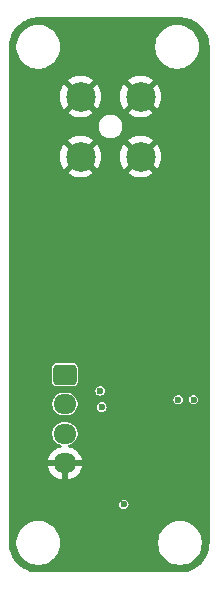
<source format=gbr>
%TF.GenerationSoftware,KiCad,Pcbnew,8.0.8*%
%TF.CreationDate,2025-02-07T05:59:22-05:00*%
%TF.ProjectId,SensorBoardNoMCU,53656e73-6f72-4426-9f61-72644e6f4d43,rev?*%
%TF.SameCoordinates,Original*%
%TF.FileFunction,Copper,L2,Inr*%
%TF.FilePolarity,Positive*%
%FSLAX46Y46*%
G04 Gerber Fmt 4.6, Leading zero omitted, Abs format (unit mm)*
G04 Created by KiCad (PCBNEW 8.0.8) date 2025-02-07 05:59:22*
%MOMM*%
%LPD*%
G01*
G04 APERTURE LIST*
G04 Aperture macros list*
%AMRoundRect*
0 Rectangle with rounded corners*
0 $1 Rounding radius*
0 $2 $3 $4 $5 $6 $7 $8 $9 X,Y pos of 4 corners*
0 Add a 4 corners polygon primitive as box body*
4,1,4,$2,$3,$4,$5,$6,$7,$8,$9,$2,$3,0*
0 Add four circle primitives for the rounded corners*
1,1,$1+$1,$2,$3*
1,1,$1+$1,$4,$5*
1,1,$1+$1,$6,$7*
1,1,$1+$1,$8,$9*
0 Add four rect primitives between the rounded corners*
20,1,$1+$1,$2,$3,$4,$5,0*
20,1,$1+$1,$4,$5,$6,$7,0*
20,1,$1+$1,$6,$7,$8,$9,0*
20,1,$1+$1,$8,$9,$2,$3,0*%
G04 Aperture macros list end*
%TA.AperFunction,ComponentPad*%
%ADD10C,2.500000*%
%TD*%
%TA.AperFunction,ComponentPad*%
%ADD11RoundRect,0.250000X-0.725000X0.600000X-0.725000X-0.600000X0.725000X-0.600000X0.725000X0.600000X0*%
%TD*%
%TA.AperFunction,ComponentPad*%
%ADD12O,1.950000X1.700000*%
%TD*%
%TA.AperFunction,ViaPad*%
%ADD13C,0.600000*%
%TD*%
G04 APERTURE END LIST*
D10*
%TO.N,GND*%
%TO.C,J1*%
X100665000Y-60210000D03*
X95585000Y-60210000D03*
X100665000Y-65290000D03*
X95585000Y-65290000D03*
%TD*%
D11*
%TO.N,+3.3V*%
%TO.C,J2*%
X94250000Y-83750000D03*
D12*
%TO.N,SDA1*%
X94250000Y-86250000D03*
%TO.N,SCL1*%
X94250000Y-88750000D03*
%TO.N,GND*%
X94250000Y-91250000D03*
%TD*%
D13*
%TO.N,GND*%
X99750000Y-86500000D03*
X101750000Y-75500000D03*
X100000000Y-71375000D03*
X99250000Y-93250000D03*
X97375000Y-87250000D03*
X97750000Y-81000000D03*
X99375000Y-91875000D03*
X105125000Y-85125000D03*
X99375000Y-84375000D03*
X103875000Y-85125000D03*
X89875000Y-65500000D03*
X102500000Y-90625000D03*
X103396446Y-83103554D03*
X99750000Y-87250000D03*
X99500000Y-81000000D03*
X104500000Y-81000000D03*
X103125000Y-87000000D03*
X103500000Y-82000000D03*
X91000000Y-78000000D03*
X103500000Y-84000000D03*
X96750000Y-97750000D03*
X99250000Y-89125000D03*
X98250000Y-92500000D03*
X97750000Y-71375000D03*
X97625000Y-84500000D03*
X99750000Y-95250000D03*
X101500000Y-85750000D03*
%TO.N,SCL1*%
X99250000Y-94750000D03*
X97375000Y-86500000D03*
%TO.N,SDA1*%
X103850000Y-85875000D03*
X105150000Y-85875000D03*
X97250000Y-85125000D03*
%TD*%
%TA.AperFunction,Conductor*%
%TO.N,GND*%
G36*
X104003736Y-53500726D02*
G01*
X104293796Y-53518271D01*
X104308659Y-53520076D01*
X104590798Y-53571780D01*
X104605335Y-53575363D01*
X104879172Y-53660695D01*
X104893163Y-53666000D01*
X105154743Y-53783727D01*
X105167989Y-53790680D01*
X105413465Y-53939075D01*
X105425776Y-53947573D01*
X105651573Y-54124473D01*
X105662781Y-54134403D01*
X105865596Y-54337218D01*
X105875526Y-54348426D01*
X105995481Y-54501538D01*
X106052422Y-54574217D01*
X106060926Y-54586537D01*
X106072532Y-54605735D01*
X106209316Y-54832004D01*
X106216275Y-54845263D01*
X106333997Y-55106831D01*
X106339306Y-55120832D01*
X106424635Y-55394663D01*
X106428219Y-55409201D01*
X106479923Y-55691340D01*
X106481728Y-55706205D01*
X106499274Y-55996263D01*
X106499500Y-56003750D01*
X106499500Y-97996249D01*
X106499274Y-98003736D01*
X106481728Y-98293794D01*
X106479923Y-98308659D01*
X106428219Y-98590798D01*
X106424635Y-98605336D01*
X106339306Y-98879167D01*
X106333997Y-98893168D01*
X106216275Y-99154736D01*
X106209316Y-99167995D01*
X106060928Y-99413459D01*
X106052422Y-99425782D01*
X105875526Y-99651573D01*
X105865596Y-99662781D01*
X105662781Y-99865596D01*
X105651573Y-99875526D01*
X105425782Y-100052422D01*
X105413459Y-100060928D01*
X105167995Y-100209316D01*
X105154736Y-100216275D01*
X104893168Y-100333997D01*
X104879167Y-100339306D01*
X104605336Y-100424635D01*
X104590798Y-100428219D01*
X104308659Y-100479923D01*
X104293794Y-100481728D01*
X104003736Y-100499274D01*
X103996249Y-100499500D01*
X92003751Y-100499500D01*
X91996264Y-100499274D01*
X91706205Y-100481728D01*
X91691340Y-100479923D01*
X91409201Y-100428219D01*
X91394663Y-100424635D01*
X91120832Y-100339306D01*
X91106831Y-100333997D01*
X90845263Y-100216275D01*
X90832004Y-100209316D01*
X90586540Y-100060928D01*
X90574217Y-100052422D01*
X90348426Y-99875526D01*
X90337218Y-99865596D01*
X90134403Y-99662781D01*
X90124473Y-99651573D01*
X90038575Y-99541932D01*
X89947573Y-99425776D01*
X89939075Y-99413465D01*
X89790680Y-99167989D01*
X89783727Y-99154743D01*
X89666000Y-98893163D01*
X89660693Y-98879167D01*
X89575364Y-98605336D01*
X89571780Y-98590798D01*
X89557752Y-98514250D01*
X89520075Y-98308657D01*
X89518271Y-98293794D01*
X89507836Y-98121288D01*
X89500726Y-98003736D01*
X89500500Y-97996249D01*
X89500500Y-97878711D01*
X90149500Y-97878711D01*
X90149500Y-98121288D01*
X90181161Y-98361785D01*
X90243947Y-98596104D01*
X90336773Y-98820205D01*
X90336776Y-98820212D01*
X90458064Y-99030289D01*
X90458066Y-99030292D01*
X90458067Y-99030293D01*
X90605733Y-99222736D01*
X90605739Y-99222743D01*
X90777256Y-99394260D01*
X90777263Y-99394266D01*
X90818336Y-99425782D01*
X90969711Y-99541936D01*
X91179788Y-99663224D01*
X91403900Y-99756054D01*
X91638211Y-99818838D01*
X91818586Y-99842584D01*
X91878711Y-99850500D01*
X91878712Y-99850500D01*
X92121289Y-99850500D01*
X92169388Y-99844167D01*
X92361789Y-99818838D01*
X92596100Y-99756054D01*
X92820212Y-99663224D01*
X93030289Y-99541936D01*
X93222738Y-99394265D01*
X93394265Y-99222738D01*
X93541936Y-99030289D01*
X93663224Y-98820212D01*
X93756054Y-98596100D01*
X93818838Y-98361789D01*
X93850500Y-98121288D01*
X93850500Y-97878712D01*
X93850500Y-97878711D01*
X102149500Y-97878711D01*
X102149500Y-98121288D01*
X102181161Y-98361785D01*
X102243947Y-98596104D01*
X102336773Y-98820205D01*
X102336776Y-98820212D01*
X102458064Y-99030289D01*
X102458066Y-99030292D01*
X102458067Y-99030293D01*
X102605733Y-99222736D01*
X102605739Y-99222743D01*
X102777256Y-99394260D01*
X102777263Y-99394266D01*
X102818336Y-99425782D01*
X102969711Y-99541936D01*
X103179788Y-99663224D01*
X103403900Y-99756054D01*
X103638211Y-99818838D01*
X103818586Y-99842584D01*
X103878711Y-99850500D01*
X103878712Y-99850500D01*
X104121289Y-99850500D01*
X104169388Y-99844167D01*
X104361789Y-99818838D01*
X104596100Y-99756054D01*
X104820212Y-99663224D01*
X105030289Y-99541936D01*
X105222738Y-99394265D01*
X105394265Y-99222738D01*
X105541936Y-99030289D01*
X105663224Y-98820212D01*
X105756054Y-98596100D01*
X105818838Y-98361789D01*
X105850500Y-98121288D01*
X105850500Y-97878712D01*
X105818838Y-97638211D01*
X105756054Y-97403900D01*
X105663224Y-97179788D01*
X105541936Y-96969711D01*
X105394265Y-96777262D01*
X105394260Y-96777256D01*
X105222743Y-96605739D01*
X105222736Y-96605733D01*
X105030293Y-96458067D01*
X105030292Y-96458066D01*
X105030289Y-96458064D01*
X104820212Y-96336776D01*
X104820205Y-96336773D01*
X104596104Y-96243947D01*
X104361785Y-96181161D01*
X104121289Y-96149500D01*
X104121288Y-96149500D01*
X103878712Y-96149500D01*
X103878711Y-96149500D01*
X103638214Y-96181161D01*
X103403895Y-96243947D01*
X103179794Y-96336773D01*
X103179785Y-96336777D01*
X102969706Y-96458067D01*
X102777263Y-96605733D01*
X102777256Y-96605739D01*
X102605739Y-96777256D01*
X102605733Y-96777263D01*
X102458067Y-96969706D01*
X102336777Y-97179785D01*
X102336773Y-97179794D01*
X102243947Y-97403895D01*
X102181161Y-97638214D01*
X102149500Y-97878711D01*
X93850500Y-97878711D01*
X93818838Y-97638211D01*
X93756054Y-97403900D01*
X93663224Y-97179788D01*
X93541936Y-96969711D01*
X93394265Y-96777262D01*
X93394260Y-96777256D01*
X93222743Y-96605739D01*
X93222736Y-96605733D01*
X93030293Y-96458067D01*
X93030292Y-96458066D01*
X93030289Y-96458064D01*
X92820212Y-96336776D01*
X92820205Y-96336773D01*
X92596104Y-96243947D01*
X92361785Y-96181161D01*
X92121289Y-96149500D01*
X92121288Y-96149500D01*
X91878712Y-96149500D01*
X91878711Y-96149500D01*
X91638214Y-96181161D01*
X91403895Y-96243947D01*
X91179794Y-96336773D01*
X91179785Y-96336777D01*
X90969706Y-96458067D01*
X90777263Y-96605733D01*
X90777256Y-96605739D01*
X90605739Y-96777256D01*
X90605733Y-96777263D01*
X90458067Y-96969706D01*
X90336777Y-97179785D01*
X90336773Y-97179794D01*
X90243947Y-97403895D01*
X90181161Y-97638214D01*
X90149500Y-97878711D01*
X89500500Y-97878711D01*
X89500500Y-94749996D01*
X98844508Y-94749996D01*
X98844508Y-94750003D01*
X98864352Y-94875300D01*
X98864352Y-94875301D01*
X98864354Y-94875304D01*
X98921950Y-94988342D01*
X98921952Y-94988344D01*
X98921954Y-94988347D01*
X99011652Y-95078045D01*
X99011654Y-95078046D01*
X99011658Y-95078050D01*
X99124696Y-95135646D01*
X99124697Y-95135646D01*
X99124699Y-95135647D01*
X99249997Y-95155492D01*
X99250000Y-95155492D01*
X99250003Y-95155492D01*
X99375300Y-95135647D01*
X99375301Y-95135647D01*
X99375302Y-95135646D01*
X99375304Y-95135646D01*
X99488342Y-95078050D01*
X99578050Y-94988342D01*
X99635646Y-94875304D01*
X99635646Y-94875302D01*
X99635647Y-94875301D01*
X99635647Y-94875300D01*
X99655492Y-94750003D01*
X99655492Y-94749996D01*
X99635647Y-94624699D01*
X99635647Y-94624698D01*
X99635646Y-94624696D01*
X99578050Y-94511658D01*
X99578046Y-94511654D01*
X99578045Y-94511652D01*
X99488347Y-94421954D01*
X99488344Y-94421952D01*
X99488342Y-94421950D01*
X99375304Y-94364354D01*
X99375303Y-94364353D01*
X99375300Y-94364352D01*
X99250003Y-94344508D01*
X99249997Y-94344508D01*
X99124699Y-94364352D01*
X99124698Y-94364352D01*
X99049337Y-94402751D01*
X99011658Y-94421950D01*
X99011657Y-94421951D01*
X99011652Y-94421954D01*
X98921954Y-94511652D01*
X98921951Y-94511657D01*
X98864352Y-94624698D01*
X98864352Y-94624699D01*
X98844508Y-94749996D01*
X89500500Y-94749996D01*
X89500500Y-91000000D01*
X92797769Y-91000000D01*
X93845854Y-91000000D01*
X93807370Y-91066657D01*
X93775000Y-91187465D01*
X93775000Y-91312535D01*
X93807370Y-91433343D01*
X93845854Y-91500000D01*
X92797769Y-91500000D01*
X92808242Y-91566126D01*
X92808242Y-91566129D01*
X92873904Y-91768217D01*
X92970379Y-91957557D01*
X93095272Y-92129459D01*
X93095276Y-92129464D01*
X93245535Y-92279723D01*
X93245540Y-92279727D01*
X93417442Y-92404620D01*
X93606782Y-92501095D01*
X93808872Y-92566757D01*
X94000000Y-92597029D01*
X94000000Y-91654145D01*
X94066657Y-91692630D01*
X94187465Y-91725000D01*
X94312535Y-91725000D01*
X94433343Y-91692630D01*
X94500000Y-91654145D01*
X94500000Y-92597028D01*
X94691127Y-92566757D01*
X94893217Y-92501095D01*
X95082557Y-92404620D01*
X95254459Y-92279727D01*
X95254464Y-92279723D01*
X95404723Y-92129464D01*
X95404727Y-92129459D01*
X95529620Y-91957557D01*
X95626095Y-91768217D01*
X95691757Y-91566129D01*
X95691757Y-91566126D01*
X95702231Y-91500000D01*
X94654146Y-91500000D01*
X94692630Y-91433343D01*
X94725000Y-91312535D01*
X94725000Y-91187465D01*
X94692630Y-91066657D01*
X94654146Y-91000000D01*
X95702231Y-91000000D01*
X95691757Y-90933873D01*
X95691757Y-90933870D01*
X95626095Y-90731782D01*
X95529620Y-90542442D01*
X95404727Y-90370540D01*
X95404723Y-90370535D01*
X95254464Y-90220276D01*
X95254459Y-90220272D01*
X95082557Y-90095379D01*
X94893217Y-89998904D01*
X94691128Y-89933242D01*
X94601682Y-89919075D01*
X94538547Y-89889146D01*
X94501616Y-89829834D01*
X94502614Y-89759971D01*
X94541224Y-89701739D01*
X94596886Y-89674985D01*
X94652251Y-89663973D01*
X94825231Y-89592322D01*
X94980908Y-89488302D01*
X95113302Y-89355908D01*
X95217322Y-89200231D01*
X95288973Y-89027251D01*
X95325500Y-88843616D01*
X95325500Y-88656384D01*
X95288973Y-88472749D01*
X95217322Y-88299769D01*
X95217321Y-88299768D01*
X95217318Y-88299762D01*
X95113302Y-88144092D01*
X95113299Y-88144088D01*
X94980911Y-88011700D01*
X94980907Y-88011697D01*
X94825237Y-87907681D01*
X94825228Y-87907676D01*
X94652251Y-87836027D01*
X94652243Y-87836025D01*
X94468620Y-87799500D01*
X94468616Y-87799500D01*
X94031384Y-87799500D01*
X94031379Y-87799500D01*
X93847756Y-87836025D01*
X93847748Y-87836027D01*
X93674771Y-87907676D01*
X93674762Y-87907681D01*
X93519092Y-88011697D01*
X93519088Y-88011700D01*
X93386700Y-88144088D01*
X93386697Y-88144092D01*
X93282681Y-88299762D01*
X93282676Y-88299771D01*
X93211027Y-88472748D01*
X93211025Y-88472756D01*
X93174500Y-88656379D01*
X93174500Y-88843620D01*
X93211025Y-89027243D01*
X93211027Y-89027251D01*
X93282676Y-89200228D01*
X93282681Y-89200237D01*
X93386697Y-89355907D01*
X93386700Y-89355911D01*
X93519088Y-89488299D01*
X93519092Y-89488302D01*
X93674762Y-89592318D01*
X93674768Y-89592321D01*
X93674769Y-89592322D01*
X93847749Y-89663973D01*
X93903111Y-89674985D01*
X93965021Y-89707369D01*
X93999595Y-89768084D01*
X93995856Y-89837854D01*
X93954990Y-89894526D01*
X93898317Y-89919075D01*
X93808872Y-89933242D01*
X93808869Y-89933242D01*
X93606782Y-89998904D01*
X93417442Y-90095379D01*
X93245540Y-90220272D01*
X93245535Y-90220276D01*
X93095276Y-90370535D01*
X93095272Y-90370540D01*
X92970379Y-90542442D01*
X92873904Y-90731782D01*
X92808242Y-90933870D01*
X92808242Y-90933873D01*
X92797769Y-91000000D01*
X89500500Y-91000000D01*
X89500500Y-86156379D01*
X93174500Y-86156379D01*
X93174500Y-86343620D01*
X93211025Y-86527243D01*
X93211027Y-86527251D01*
X93282676Y-86700228D01*
X93282681Y-86700237D01*
X93386697Y-86855907D01*
X93386700Y-86855911D01*
X93519088Y-86988299D01*
X93519092Y-86988302D01*
X93674762Y-87092318D01*
X93674768Y-87092321D01*
X93674769Y-87092322D01*
X93847749Y-87163973D01*
X94031379Y-87200499D01*
X94031383Y-87200500D01*
X94031384Y-87200500D01*
X94468617Y-87200500D01*
X94468618Y-87200499D01*
X94652251Y-87163973D01*
X94825231Y-87092322D01*
X94980908Y-86988302D01*
X95113302Y-86855908D01*
X95217322Y-86700231D01*
X95288973Y-86527251D01*
X95294394Y-86499996D01*
X96969508Y-86499996D01*
X96969508Y-86500003D01*
X96989352Y-86625300D01*
X96989352Y-86625301D01*
X96989354Y-86625304D01*
X97046950Y-86738342D01*
X97046952Y-86738344D01*
X97046954Y-86738347D01*
X97136652Y-86828045D01*
X97136654Y-86828046D01*
X97136658Y-86828050D01*
X97249696Y-86885646D01*
X97249697Y-86885646D01*
X97249699Y-86885647D01*
X97374997Y-86905492D01*
X97375000Y-86905492D01*
X97375003Y-86905492D01*
X97500300Y-86885647D01*
X97500301Y-86885647D01*
X97500302Y-86885646D01*
X97500304Y-86885646D01*
X97613342Y-86828050D01*
X97703050Y-86738342D01*
X97760646Y-86625304D01*
X97760646Y-86625302D01*
X97760647Y-86625301D01*
X97760647Y-86625300D01*
X97780492Y-86500003D01*
X97780492Y-86499996D01*
X97760647Y-86374699D01*
X97760647Y-86374698D01*
X97760646Y-86374696D01*
X97703050Y-86261658D01*
X97703046Y-86261654D01*
X97703045Y-86261652D01*
X97613347Y-86171954D01*
X97613344Y-86171952D01*
X97613342Y-86171950D01*
X97500304Y-86114354D01*
X97500303Y-86114353D01*
X97500300Y-86114352D01*
X97375003Y-86094508D01*
X97374997Y-86094508D01*
X97249699Y-86114352D01*
X97249698Y-86114352D01*
X97174337Y-86152751D01*
X97136658Y-86171950D01*
X97136657Y-86171951D01*
X97136652Y-86171954D01*
X97046954Y-86261652D01*
X97046951Y-86261657D01*
X96989352Y-86374698D01*
X96989352Y-86374699D01*
X96969508Y-86499996D01*
X95294394Y-86499996D01*
X95325500Y-86343616D01*
X95325500Y-86156384D01*
X95288973Y-85972749D01*
X95248482Y-85874996D01*
X103444508Y-85874996D01*
X103444508Y-85875003D01*
X103464352Y-86000300D01*
X103464352Y-86000301D01*
X103464354Y-86000304D01*
X103521950Y-86113342D01*
X103521952Y-86113344D01*
X103521954Y-86113347D01*
X103611652Y-86203045D01*
X103611654Y-86203046D01*
X103611658Y-86203050D01*
X103724696Y-86260646D01*
X103724697Y-86260646D01*
X103724699Y-86260647D01*
X103849997Y-86280492D01*
X103850000Y-86280492D01*
X103850003Y-86280492D01*
X103975300Y-86260647D01*
X103975301Y-86260647D01*
X103975302Y-86260646D01*
X103975304Y-86260646D01*
X104088342Y-86203050D01*
X104178050Y-86113342D01*
X104235646Y-86000304D01*
X104235646Y-86000302D01*
X104235647Y-86000301D01*
X104235647Y-86000300D01*
X104255492Y-85875003D01*
X104255492Y-85874996D01*
X104744508Y-85874996D01*
X104744508Y-85875003D01*
X104764352Y-86000300D01*
X104764352Y-86000301D01*
X104764354Y-86000304D01*
X104821950Y-86113342D01*
X104821952Y-86113344D01*
X104821954Y-86113347D01*
X104911652Y-86203045D01*
X104911654Y-86203046D01*
X104911658Y-86203050D01*
X105024696Y-86260646D01*
X105024697Y-86260646D01*
X105024699Y-86260647D01*
X105149997Y-86280492D01*
X105150000Y-86280492D01*
X105150003Y-86280492D01*
X105275300Y-86260647D01*
X105275301Y-86260647D01*
X105275302Y-86260646D01*
X105275304Y-86260646D01*
X105388342Y-86203050D01*
X105478050Y-86113342D01*
X105535646Y-86000304D01*
X105535646Y-86000302D01*
X105535647Y-86000301D01*
X105535647Y-86000300D01*
X105555492Y-85875003D01*
X105555492Y-85874996D01*
X105535647Y-85749699D01*
X105535647Y-85749698D01*
X105535646Y-85749696D01*
X105478050Y-85636658D01*
X105478046Y-85636654D01*
X105478045Y-85636652D01*
X105388347Y-85546954D01*
X105388344Y-85546952D01*
X105388342Y-85546950D01*
X105275304Y-85489354D01*
X105275303Y-85489353D01*
X105275300Y-85489352D01*
X105150003Y-85469508D01*
X105149997Y-85469508D01*
X105024699Y-85489352D01*
X105024698Y-85489352D01*
X104949337Y-85527751D01*
X104911658Y-85546950D01*
X104911657Y-85546951D01*
X104911652Y-85546954D01*
X104821954Y-85636652D01*
X104821951Y-85636657D01*
X104821950Y-85636658D01*
X104802751Y-85674337D01*
X104764352Y-85749698D01*
X104764352Y-85749699D01*
X104744508Y-85874996D01*
X104255492Y-85874996D01*
X104235647Y-85749699D01*
X104235647Y-85749698D01*
X104235646Y-85749696D01*
X104178050Y-85636658D01*
X104178046Y-85636654D01*
X104178045Y-85636652D01*
X104088347Y-85546954D01*
X104088344Y-85546952D01*
X104088342Y-85546950D01*
X103975304Y-85489354D01*
X103975303Y-85489353D01*
X103975300Y-85489352D01*
X103850003Y-85469508D01*
X103849997Y-85469508D01*
X103724699Y-85489352D01*
X103724698Y-85489352D01*
X103649337Y-85527751D01*
X103611658Y-85546950D01*
X103611657Y-85546951D01*
X103611652Y-85546954D01*
X103521954Y-85636652D01*
X103521951Y-85636657D01*
X103521950Y-85636658D01*
X103502751Y-85674337D01*
X103464352Y-85749698D01*
X103464352Y-85749699D01*
X103444508Y-85874996D01*
X95248482Y-85874996D01*
X95217322Y-85799769D01*
X95217321Y-85799768D01*
X95217318Y-85799762D01*
X95113302Y-85644092D01*
X95113299Y-85644088D01*
X94980911Y-85511700D01*
X94980907Y-85511697D01*
X94825237Y-85407681D01*
X94825228Y-85407676D01*
X94652251Y-85336027D01*
X94652243Y-85336025D01*
X94468620Y-85299500D01*
X94468616Y-85299500D01*
X94031384Y-85299500D01*
X94031379Y-85299500D01*
X93847756Y-85336025D01*
X93847748Y-85336027D01*
X93674771Y-85407676D01*
X93674762Y-85407681D01*
X93519092Y-85511697D01*
X93519088Y-85511700D01*
X93386700Y-85644088D01*
X93386697Y-85644092D01*
X93282681Y-85799762D01*
X93282676Y-85799771D01*
X93211027Y-85972748D01*
X93211025Y-85972756D01*
X93174500Y-86156379D01*
X89500500Y-86156379D01*
X89500500Y-85124996D01*
X96844508Y-85124996D01*
X96844508Y-85125003D01*
X96864352Y-85250300D01*
X96864352Y-85250301D01*
X96864354Y-85250304D01*
X96921950Y-85363342D01*
X96921952Y-85363344D01*
X96921954Y-85363347D01*
X97011652Y-85453045D01*
X97011654Y-85453046D01*
X97011658Y-85453050D01*
X97124696Y-85510646D01*
X97124697Y-85510646D01*
X97124699Y-85510647D01*
X97249997Y-85530492D01*
X97250000Y-85530492D01*
X97250003Y-85530492D01*
X97375300Y-85510647D01*
X97375301Y-85510647D01*
X97375302Y-85510646D01*
X97375304Y-85510646D01*
X97488342Y-85453050D01*
X97578050Y-85363342D01*
X97635646Y-85250304D01*
X97635646Y-85250302D01*
X97635647Y-85250301D01*
X97635647Y-85250300D01*
X97655492Y-85125003D01*
X97655492Y-85124996D01*
X97635647Y-84999699D01*
X97635647Y-84999698D01*
X97635646Y-84999696D01*
X97578050Y-84886658D01*
X97578046Y-84886654D01*
X97578045Y-84886652D01*
X97488347Y-84796954D01*
X97488344Y-84796952D01*
X97488342Y-84796950D01*
X97375304Y-84739354D01*
X97375303Y-84739353D01*
X97375300Y-84739352D01*
X97250003Y-84719508D01*
X97249997Y-84719508D01*
X97124699Y-84739352D01*
X97124698Y-84739352D01*
X97049337Y-84777751D01*
X97011658Y-84796950D01*
X97011657Y-84796951D01*
X97011652Y-84796954D01*
X96921954Y-84886652D01*
X96921951Y-84886657D01*
X96864352Y-84999698D01*
X96864352Y-84999699D01*
X96844508Y-85124996D01*
X89500500Y-85124996D01*
X89500500Y-83116739D01*
X93174500Y-83116739D01*
X93174500Y-84383260D01*
X93184426Y-84451391D01*
X93235803Y-84556485D01*
X93318514Y-84639196D01*
X93318515Y-84639196D01*
X93318517Y-84639198D01*
X93423607Y-84690573D01*
X93457673Y-84695536D01*
X93491739Y-84700500D01*
X93491740Y-84700500D01*
X95008261Y-84700500D01*
X95030971Y-84697191D01*
X95076393Y-84690573D01*
X95181483Y-84639198D01*
X95264198Y-84556483D01*
X95315573Y-84451393D01*
X95325500Y-84383260D01*
X95325500Y-83116740D01*
X95315573Y-83048607D01*
X95264198Y-82943517D01*
X95264196Y-82943515D01*
X95264196Y-82943514D01*
X95181485Y-82860803D01*
X95076391Y-82809426D01*
X95008261Y-82799500D01*
X95008260Y-82799500D01*
X93491740Y-82799500D01*
X93491739Y-82799500D01*
X93423608Y-82809426D01*
X93318514Y-82860803D01*
X93235803Y-82943514D01*
X93184426Y-83048608D01*
X93174500Y-83116739D01*
X89500500Y-83116739D01*
X89500500Y-65289995D01*
X93830093Y-65289995D01*
X93830093Y-65290004D01*
X93849692Y-65551545D01*
X93849693Y-65551550D01*
X93908058Y-65807270D01*
X94003883Y-66051426D01*
X94003882Y-66051426D01*
X94135029Y-66278576D01*
X94182873Y-66338572D01*
X94830884Y-65690560D01*
X94831740Y-65692626D01*
X94924762Y-65831844D01*
X95043156Y-65950238D01*
X95182374Y-66043260D01*
X95184437Y-66044114D01*
X94535830Y-66692720D01*
X94707546Y-66809793D01*
X94707550Y-66809795D01*
X94943854Y-66923594D01*
X94943858Y-66923595D01*
X95194494Y-67000907D01*
X95194500Y-67000909D01*
X95453848Y-67039999D01*
X95453857Y-67040000D01*
X95716143Y-67040000D01*
X95716151Y-67039999D01*
X95975499Y-67000909D01*
X95975505Y-67000907D01*
X96226143Y-66923595D01*
X96462445Y-66809798D01*
X96462447Y-66809797D01*
X96634168Y-66692720D01*
X95985562Y-66044114D01*
X95987626Y-66043260D01*
X96126844Y-65950238D01*
X96245238Y-65831844D01*
X96338260Y-65692626D01*
X96339114Y-65690561D01*
X96987125Y-66338572D01*
X97034971Y-66278573D01*
X97166116Y-66051426D01*
X97261941Y-65807270D01*
X97320306Y-65551550D01*
X97320307Y-65551545D01*
X97339907Y-65290004D01*
X97339907Y-65289995D01*
X98910093Y-65289995D01*
X98910093Y-65290004D01*
X98929692Y-65551545D01*
X98929693Y-65551550D01*
X98988058Y-65807270D01*
X99083883Y-66051426D01*
X99083882Y-66051426D01*
X99215029Y-66278576D01*
X99262873Y-66338572D01*
X99910884Y-65690560D01*
X99911740Y-65692626D01*
X100004762Y-65831844D01*
X100123156Y-65950238D01*
X100262374Y-66043260D01*
X100264437Y-66044114D01*
X99615830Y-66692720D01*
X99787546Y-66809793D01*
X99787550Y-66809795D01*
X100023854Y-66923594D01*
X100023858Y-66923595D01*
X100274494Y-67000907D01*
X100274500Y-67000909D01*
X100533848Y-67039999D01*
X100533857Y-67040000D01*
X100796143Y-67040000D01*
X100796151Y-67039999D01*
X101055499Y-67000909D01*
X101055505Y-67000907D01*
X101306143Y-66923595D01*
X101542445Y-66809798D01*
X101542447Y-66809797D01*
X101714168Y-66692720D01*
X101065562Y-66044114D01*
X101067626Y-66043260D01*
X101206844Y-65950238D01*
X101325238Y-65831844D01*
X101418260Y-65692626D01*
X101419114Y-65690561D01*
X102067125Y-66338572D01*
X102114971Y-66278573D01*
X102246116Y-66051426D01*
X102341941Y-65807270D01*
X102400306Y-65551550D01*
X102400307Y-65551545D01*
X102419907Y-65290004D01*
X102419907Y-65289995D01*
X102400307Y-65028454D01*
X102400306Y-65028449D01*
X102341941Y-64772729D01*
X102246116Y-64528573D01*
X102246117Y-64528573D01*
X102114972Y-64301426D01*
X102067124Y-64241427D01*
X101419114Y-64889437D01*
X101418260Y-64887374D01*
X101325238Y-64748156D01*
X101206844Y-64629762D01*
X101067626Y-64536740D01*
X101065561Y-64535884D01*
X101714168Y-63887278D01*
X101542454Y-63770206D01*
X101542445Y-63770201D01*
X101306142Y-63656404D01*
X101306144Y-63656404D01*
X101055505Y-63579092D01*
X101055499Y-63579090D01*
X100796151Y-63540000D01*
X100533848Y-63540000D01*
X100274500Y-63579090D01*
X100274494Y-63579092D01*
X100023858Y-63656404D01*
X100023854Y-63656405D01*
X99787547Y-63770205D01*
X99787539Y-63770210D01*
X99615830Y-63887277D01*
X100264438Y-64535884D01*
X100262374Y-64536740D01*
X100123156Y-64629762D01*
X100004762Y-64748156D01*
X99911740Y-64887374D01*
X99910885Y-64889438D01*
X99262874Y-64241427D01*
X99215028Y-64301425D01*
X99083883Y-64528573D01*
X98988058Y-64772729D01*
X98929693Y-65028449D01*
X98929692Y-65028454D01*
X98910093Y-65289995D01*
X97339907Y-65289995D01*
X97320307Y-65028454D01*
X97320306Y-65028449D01*
X97261941Y-64772729D01*
X97166116Y-64528573D01*
X97166117Y-64528573D01*
X97034972Y-64301426D01*
X96987124Y-64241427D01*
X96339114Y-64889437D01*
X96338260Y-64887374D01*
X96245238Y-64748156D01*
X96126844Y-64629762D01*
X95987626Y-64536740D01*
X95985561Y-64535884D01*
X96634168Y-63887278D01*
X96462454Y-63770206D01*
X96462445Y-63770201D01*
X96226142Y-63656404D01*
X96226144Y-63656404D01*
X95975505Y-63579092D01*
X95975499Y-63579090D01*
X95716151Y-63540000D01*
X95453848Y-63540000D01*
X95194500Y-63579090D01*
X95194494Y-63579092D01*
X94943858Y-63656404D01*
X94943854Y-63656405D01*
X94707547Y-63770205D01*
X94707539Y-63770210D01*
X94535830Y-63887277D01*
X95184438Y-64535884D01*
X95182374Y-64536740D01*
X95043156Y-64629762D01*
X94924762Y-64748156D01*
X94831740Y-64887374D01*
X94830885Y-64889438D01*
X94182874Y-64241427D01*
X94135028Y-64301425D01*
X94003883Y-64528573D01*
X93908058Y-64772729D01*
X93849693Y-65028449D01*
X93849692Y-65028454D01*
X93830093Y-65289995D01*
X89500500Y-65289995D01*
X89500500Y-62848543D01*
X97124499Y-62848543D01*
X97162947Y-63041829D01*
X97162950Y-63041839D01*
X97238364Y-63223907D01*
X97238371Y-63223920D01*
X97347860Y-63387781D01*
X97347863Y-63387785D01*
X97487214Y-63527136D01*
X97487218Y-63527139D01*
X97651079Y-63636628D01*
X97651092Y-63636635D01*
X97833160Y-63712049D01*
X97833165Y-63712051D01*
X97833169Y-63712051D01*
X97833170Y-63712052D01*
X98026456Y-63750500D01*
X98026459Y-63750500D01*
X98223543Y-63750500D01*
X98353582Y-63724632D01*
X98416835Y-63712051D01*
X98598914Y-63636632D01*
X98762782Y-63527139D01*
X98902139Y-63387782D01*
X99011632Y-63223914D01*
X99087051Y-63041835D01*
X99125500Y-62848541D01*
X99125500Y-62651459D01*
X99125500Y-62651456D01*
X99087052Y-62458170D01*
X99087051Y-62458169D01*
X99087051Y-62458165D01*
X99087049Y-62458160D01*
X99011635Y-62276092D01*
X99011628Y-62276079D01*
X98902139Y-62112218D01*
X98902136Y-62112214D01*
X98762785Y-61972863D01*
X98762781Y-61972860D01*
X98598920Y-61863371D01*
X98598907Y-61863364D01*
X98416839Y-61787950D01*
X98416829Y-61787947D01*
X98223543Y-61749500D01*
X98223541Y-61749500D01*
X98026459Y-61749500D01*
X98026457Y-61749500D01*
X97833170Y-61787947D01*
X97833160Y-61787950D01*
X97651092Y-61863364D01*
X97651079Y-61863371D01*
X97487218Y-61972860D01*
X97487214Y-61972863D01*
X97347863Y-62112214D01*
X97347860Y-62112218D01*
X97238371Y-62276079D01*
X97238364Y-62276092D01*
X97162950Y-62458160D01*
X97162947Y-62458170D01*
X97124500Y-62651456D01*
X97124500Y-62651459D01*
X97124500Y-62848541D01*
X97124500Y-62848543D01*
X97124499Y-62848543D01*
X89500500Y-62848543D01*
X89500500Y-60209995D01*
X93830093Y-60209995D01*
X93830093Y-60210004D01*
X93849692Y-60471545D01*
X93849693Y-60471550D01*
X93908058Y-60727270D01*
X94003883Y-60971426D01*
X94003882Y-60971426D01*
X94135029Y-61198576D01*
X94182873Y-61258572D01*
X94830884Y-60610560D01*
X94831740Y-60612626D01*
X94924762Y-60751844D01*
X95043156Y-60870238D01*
X95182374Y-60963260D01*
X95184437Y-60964114D01*
X94535830Y-61612720D01*
X94707546Y-61729793D01*
X94707550Y-61729795D01*
X94943854Y-61843594D01*
X94943858Y-61843595D01*
X95194494Y-61920907D01*
X95194500Y-61920909D01*
X95453848Y-61959999D01*
X95453857Y-61960000D01*
X95716143Y-61960000D01*
X95716151Y-61959999D01*
X95975499Y-61920909D01*
X95975505Y-61920907D01*
X96226143Y-61843595D01*
X96462445Y-61729798D01*
X96462447Y-61729797D01*
X96634168Y-61612720D01*
X95985562Y-60964114D01*
X95987626Y-60963260D01*
X96126844Y-60870238D01*
X96245238Y-60751844D01*
X96338260Y-60612626D01*
X96339114Y-60610561D01*
X96987125Y-61258572D01*
X97034971Y-61198573D01*
X97166116Y-60971426D01*
X97261941Y-60727270D01*
X97320306Y-60471550D01*
X97320307Y-60471545D01*
X97339907Y-60210004D01*
X97339907Y-60209995D01*
X98910093Y-60209995D01*
X98910093Y-60210004D01*
X98929692Y-60471545D01*
X98929693Y-60471550D01*
X98988058Y-60727270D01*
X99083883Y-60971426D01*
X99083882Y-60971426D01*
X99215029Y-61198576D01*
X99262873Y-61258572D01*
X99910884Y-60610560D01*
X99911740Y-60612626D01*
X100004762Y-60751844D01*
X100123156Y-60870238D01*
X100262374Y-60963260D01*
X100264437Y-60964114D01*
X99615830Y-61612720D01*
X99787546Y-61729793D01*
X99787550Y-61729795D01*
X100023854Y-61843594D01*
X100023858Y-61843595D01*
X100274494Y-61920907D01*
X100274500Y-61920909D01*
X100533848Y-61959999D01*
X100533857Y-61960000D01*
X100796143Y-61960000D01*
X100796151Y-61959999D01*
X101055499Y-61920909D01*
X101055505Y-61920907D01*
X101306143Y-61843595D01*
X101542445Y-61729798D01*
X101542447Y-61729797D01*
X101714168Y-61612720D01*
X101065562Y-60964114D01*
X101067626Y-60963260D01*
X101206844Y-60870238D01*
X101325238Y-60751844D01*
X101418260Y-60612626D01*
X101419114Y-60610561D01*
X102067125Y-61258572D01*
X102114971Y-61198573D01*
X102246116Y-60971426D01*
X102341941Y-60727270D01*
X102400306Y-60471550D01*
X102400307Y-60471545D01*
X102419907Y-60210004D01*
X102419907Y-60209995D01*
X102400307Y-59948454D01*
X102400306Y-59948449D01*
X102341941Y-59692729D01*
X102246116Y-59448573D01*
X102246117Y-59448573D01*
X102114972Y-59221426D01*
X102067124Y-59161427D01*
X101419114Y-59809437D01*
X101418260Y-59807374D01*
X101325238Y-59668156D01*
X101206844Y-59549762D01*
X101067626Y-59456740D01*
X101065561Y-59455884D01*
X101714168Y-58807278D01*
X101542454Y-58690206D01*
X101542445Y-58690201D01*
X101306142Y-58576404D01*
X101306144Y-58576404D01*
X101055505Y-58499092D01*
X101055499Y-58499090D01*
X100796151Y-58460000D01*
X100533848Y-58460000D01*
X100274500Y-58499090D01*
X100274494Y-58499092D01*
X100023858Y-58576404D01*
X100023854Y-58576405D01*
X99787547Y-58690205D01*
X99787539Y-58690210D01*
X99615830Y-58807277D01*
X100264438Y-59455884D01*
X100262374Y-59456740D01*
X100123156Y-59549762D01*
X100004762Y-59668156D01*
X99911740Y-59807374D01*
X99910885Y-59809438D01*
X99262874Y-59161427D01*
X99215028Y-59221425D01*
X99083883Y-59448573D01*
X98988058Y-59692729D01*
X98929693Y-59948449D01*
X98929692Y-59948454D01*
X98910093Y-60209995D01*
X97339907Y-60209995D01*
X97320307Y-59948454D01*
X97320306Y-59948449D01*
X97261941Y-59692729D01*
X97166116Y-59448573D01*
X97166117Y-59448573D01*
X97034972Y-59221426D01*
X96987124Y-59161427D01*
X96339114Y-59809437D01*
X96338260Y-59807374D01*
X96245238Y-59668156D01*
X96126844Y-59549762D01*
X95987626Y-59456740D01*
X95985561Y-59455884D01*
X96634168Y-58807278D01*
X96462454Y-58690206D01*
X96462445Y-58690201D01*
X96226142Y-58576404D01*
X96226144Y-58576404D01*
X95975505Y-58499092D01*
X95975499Y-58499090D01*
X95716151Y-58460000D01*
X95453848Y-58460000D01*
X95194500Y-58499090D01*
X95194494Y-58499092D01*
X94943858Y-58576404D01*
X94943854Y-58576405D01*
X94707547Y-58690205D01*
X94707539Y-58690210D01*
X94535830Y-58807277D01*
X95184438Y-59455884D01*
X95182374Y-59456740D01*
X95043156Y-59549762D01*
X94924762Y-59668156D01*
X94831740Y-59807374D01*
X94830885Y-59809438D01*
X94182874Y-59161427D01*
X94135028Y-59221425D01*
X94003883Y-59448573D01*
X93908058Y-59692729D01*
X93849693Y-59948449D01*
X93849692Y-59948454D01*
X93830093Y-60209995D01*
X89500500Y-60209995D01*
X89500500Y-56003750D01*
X89500726Y-55996263D01*
X89504486Y-55934108D01*
X89507837Y-55878711D01*
X90149500Y-55878711D01*
X90149500Y-56121288D01*
X90181161Y-56361785D01*
X90243947Y-56596104D01*
X90336773Y-56820205D01*
X90336776Y-56820212D01*
X90458064Y-57030289D01*
X90458066Y-57030292D01*
X90458067Y-57030293D01*
X90605733Y-57222736D01*
X90605739Y-57222743D01*
X90777256Y-57394260D01*
X90777262Y-57394265D01*
X90969711Y-57541936D01*
X91179788Y-57663224D01*
X91403900Y-57756054D01*
X91638211Y-57818838D01*
X91818586Y-57842584D01*
X91878711Y-57850500D01*
X91878712Y-57850500D01*
X92121289Y-57850500D01*
X92169388Y-57844167D01*
X92361789Y-57818838D01*
X92596100Y-57756054D01*
X92820212Y-57663224D01*
X93030289Y-57541936D01*
X93222738Y-57394265D01*
X93394265Y-57222738D01*
X93541936Y-57030289D01*
X93663224Y-56820212D01*
X93756054Y-56596100D01*
X93818838Y-56361789D01*
X93850500Y-56121288D01*
X93850500Y-55878712D01*
X93850500Y-55878711D01*
X101899500Y-55878711D01*
X101899500Y-56121288D01*
X101931161Y-56361785D01*
X101993947Y-56596104D01*
X102086773Y-56820205D01*
X102086776Y-56820212D01*
X102208064Y-57030289D01*
X102208066Y-57030292D01*
X102208067Y-57030293D01*
X102355733Y-57222736D01*
X102355739Y-57222743D01*
X102527256Y-57394260D01*
X102527262Y-57394265D01*
X102719711Y-57541936D01*
X102929788Y-57663224D01*
X103153900Y-57756054D01*
X103388211Y-57818838D01*
X103568586Y-57842584D01*
X103628711Y-57850500D01*
X103628712Y-57850500D01*
X103871289Y-57850500D01*
X103919388Y-57844167D01*
X104111789Y-57818838D01*
X104346100Y-57756054D01*
X104570212Y-57663224D01*
X104780289Y-57541936D01*
X104972738Y-57394265D01*
X105144265Y-57222738D01*
X105291936Y-57030289D01*
X105413224Y-56820212D01*
X105506054Y-56596100D01*
X105568838Y-56361789D01*
X105600500Y-56121288D01*
X105600500Y-55878712D01*
X105568838Y-55638211D01*
X105506054Y-55403900D01*
X105413224Y-55179788D01*
X105291936Y-54969711D01*
X105144265Y-54777262D01*
X105144260Y-54777256D01*
X104972743Y-54605739D01*
X104972736Y-54605733D01*
X104780293Y-54458067D01*
X104780292Y-54458066D01*
X104780289Y-54458064D01*
X104608661Y-54358974D01*
X104570214Y-54336777D01*
X104570205Y-54336773D01*
X104346104Y-54243947D01*
X104111785Y-54181161D01*
X103871289Y-54149500D01*
X103871288Y-54149500D01*
X103628712Y-54149500D01*
X103628711Y-54149500D01*
X103388214Y-54181161D01*
X103153895Y-54243947D01*
X102929794Y-54336773D01*
X102929785Y-54336777D01*
X102719706Y-54458067D01*
X102527263Y-54605733D01*
X102527256Y-54605739D01*
X102355739Y-54777256D01*
X102355733Y-54777263D01*
X102208067Y-54969706D01*
X102086777Y-55179785D01*
X102086773Y-55179794D01*
X101993947Y-55403895D01*
X101931161Y-55638214D01*
X101899500Y-55878711D01*
X93850500Y-55878711D01*
X93818838Y-55638211D01*
X93756054Y-55403900D01*
X93663224Y-55179788D01*
X93541936Y-54969711D01*
X93394265Y-54777262D01*
X93394260Y-54777256D01*
X93222743Y-54605739D01*
X93222736Y-54605733D01*
X93030293Y-54458067D01*
X93030292Y-54458066D01*
X93030289Y-54458064D01*
X92858661Y-54358974D01*
X92820214Y-54336777D01*
X92820205Y-54336773D01*
X92596104Y-54243947D01*
X92361785Y-54181161D01*
X92121289Y-54149500D01*
X92121288Y-54149500D01*
X91878712Y-54149500D01*
X91878711Y-54149500D01*
X91638214Y-54181161D01*
X91403895Y-54243947D01*
X91179794Y-54336773D01*
X91179785Y-54336777D01*
X90969706Y-54458067D01*
X90777263Y-54605733D01*
X90777256Y-54605739D01*
X90605739Y-54777256D01*
X90605733Y-54777263D01*
X90458067Y-54969706D01*
X90336777Y-55179785D01*
X90336773Y-55179794D01*
X90243947Y-55403895D01*
X90181161Y-55638214D01*
X90149500Y-55878711D01*
X89507837Y-55878711D01*
X89518271Y-55706201D01*
X89520076Y-55691340D01*
X89529813Y-55638211D01*
X89571780Y-55409197D01*
X89575364Y-55394663D01*
X89652096Y-55148422D01*
X89660696Y-55120822D01*
X89665998Y-55106841D01*
X89783731Y-54845249D01*
X89790676Y-54832016D01*
X89939080Y-54586526D01*
X89947567Y-54574230D01*
X90124480Y-54348417D01*
X90134395Y-54337226D01*
X90337226Y-54134395D01*
X90348417Y-54124480D01*
X90574230Y-53947567D01*
X90586526Y-53939080D01*
X90832016Y-53790676D01*
X90845249Y-53783731D01*
X91106841Y-53665998D01*
X91120822Y-53660696D01*
X91394668Y-53575362D01*
X91409197Y-53571780D01*
X91691344Y-53520075D01*
X91706201Y-53518271D01*
X91996264Y-53500726D01*
X92003751Y-53500500D01*
X92065892Y-53500500D01*
X103934108Y-53500500D01*
X103996249Y-53500500D01*
X104003736Y-53500726D01*
G37*
%TD.AperFunction*%
%TD*%
M02*

</source>
